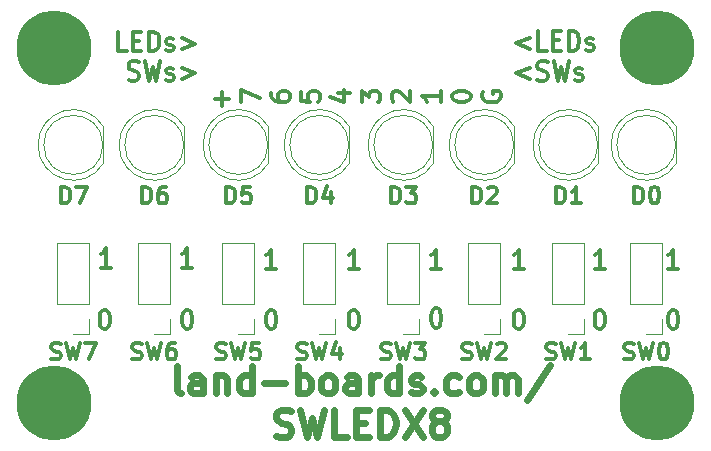
<source format=gto>
%TF.GenerationSoftware,KiCad,Pcbnew,(6.0.1)*%
%TF.CreationDate,2022-06-02T17:03:42-04:00*%
%TF.ProjectId,SWLEDX8,53574c45-4458-4382-9e6b-696361645f70,X1*%
%TF.SameCoordinates,Original*%
%TF.FileFunction,Legend,Top*%
%TF.FilePolarity,Positive*%
%FSLAX46Y46*%
G04 Gerber Fmt 4.6, Leading zero omitted, Abs format (unit mm)*
G04 Created by KiCad (PCBNEW (6.0.1)) date 2022-06-02 17:03:42*
%MOMM*%
%LPD*%
G01*
G04 APERTURE LIST*
%ADD10C,0.304800*%
%ADD11C,0.571500*%
%ADD12C,0.349250*%
%ADD13C,0.120000*%
%ADD14C,6.350000*%
G04 APERTURE END LIST*
D10*
X56315428Y-26146880D02*
X56460571Y-26146880D01*
X56605714Y-26225500D01*
X56678285Y-26304119D01*
X56750857Y-26461357D01*
X56823428Y-26775833D01*
X56823428Y-27168928D01*
X56750857Y-27483404D01*
X56678285Y-27640642D01*
X56605714Y-27719261D01*
X56460571Y-27797880D01*
X56315428Y-27797880D01*
X56170285Y-27719261D01*
X56097714Y-27640642D01*
X56025142Y-27483404D01*
X55952571Y-27168928D01*
X55952571Y-26775833D01*
X56025142Y-26461357D01*
X56097714Y-26304119D01*
X56170285Y-26225500D01*
X56315428Y-26146880D01*
X8817428Y-22590880D02*
X7946571Y-22590880D01*
X8382000Y-22590880D02*
X8382000Y-20939880D01*
X8236857Y-21175738D01*
X8091714Y-21332976D01*
X7946571Y-21411595D01*
X22279428Y-26146880D02*
X22424571Y-26146880D01*
X22569714Y-26225500D01*
X22642285Y-26304119D01*
X22714857Y-26461357D01*
X22787428Y-26775833D01*
X22787428Y-27168928D01*
X22714857Y-27483404D01*
X22642285Y-27640642D01*
X22569714Y-27719261D01*
X22424571Y-27797880D01*
X22279428Y-27797880D01*
X22134285Y-27719261D01*
X22061714Y-27640642D01*
X21989142Y-27483404D01*
X21916571Y-27168928D01*
X21916571Y-26775833D01*
X21989142Y-26461357D01*
X22061714Y-26304119D01*
X22134285Y-26225500D01*
X22279428Y-26146880D01*
X36757428Y-22717880D02*
X35886571Y-22717880D01*
X36322000Y-22717880D02*
X36322000Y-21066880D01*
X36176857Y-21302738D01*
X36031714Y-21459976D01*
X35886571Y-21538595D01*
X29772428Y-22717880D02*
X28901571Y-22717880D01*
X29337000Y-22717880D02*
X29337000Y-21066880D01*
X29191857Y-21302738D01*
X29046714Y-21459976D01*
X28901571Y-21538595D01*
X10133308Y-4246880D02*
X9407594Y-4246880D01*
X9407594Y-2595880D01*
X10641308Y-3382071D02*
X11149308Y-3382071D01*
X11367022Y-4246880D02*
X10641308Y-4246880D01*
X10641308Y-2595880D01*
X11367022Y-2595880D01*
X12020165Y-4246880D02*
X12020165Y-2595880D01*
X12383022Y-2595880D01*
X12600737Y-2674500D01*
X12745879Y-2831738D01*
X12818451Y-2988976D01*
X12891022Y-3303452D01*
X12891022Y-3539309D01*
X12818451Y-3853785D01*
X12745879Y-4011023D01*
X12600737Y-4168261D01*
X12383022Y-4246880D01*
X12020165Y-4246880D01*
X13471594Y-4168261D02*
X13616737Y-4246880D01*
X13907022Y-4246880D01*
X14052165Y-4168261D01*
X14124737Y-4011023D01*
X14124737Y-3932404D01*
X14052165Y-3775166D01*
X13907022Y-3696547D01*
X13689308Y-3696547D01*
X13544165Y-3617928D01*
X13471594Y-3460690D01*
X13471594Y-3382071D01*
X13544165Y-3224833D01*
X13689308Y-3146214D01*
X13907022Y-3146214D01*
X14052165Y-3224833D01*
X14777879Y-3146214D02*
X15939022Y-3617928D01*
X14777879Y-4089642D01*
X15167428Y-26146880D02*
X15312571Y-26146880D01*
X15457714Y-26225500D01*
X15530285Y-26304119D01*
X15602857Y-26461357D01*
X15675428Y-26775833D01*
X15675428Y-27168928D01*
X15602857Y-27483404D01*
X15530285Y-27640642D01*
X15457714Y-27719261D01*
X15312571Y-27797880D01*
X15167428Y-27797880D01*
X15022285Y-27719261D01*
X14949714Y-27640642D01*
X14877142Y-27483404D01*
X14804571Y-27168928D01*
X14804571Y-26775833D01*
X14877142Y-26461357D01*
X14949714Y-26304119D01*
X15022285Y-26225500D01*
X15167428Y-26146880D01*
X44222120Y-3108214D02*
X43060977Y-3579928D01*
X44222120Y-4051642D01*
X45673548Y-4208880D02*
X44947834Y-4208880D01*
X44947834Y-2557880D01*
X46181548Y-3344071D02*
X46689548Y-3344071D01*
X46907262Y-4208880D02*
X46181548Y-4208880D01*
X46181548Y-2557880D01*
X46907262Y-2557880D01*
X47560405Y-4208880D02*
X47560405Y-2557880D01*
X47923262Y-2557880D01*
X48140977Y-2636500D01*
X48286120Y-2793738D01*
X48358691Y-2950976D01*
X48431262Y-3265452D01*
X48431262Y-3501309D01*
X48358691Y-3815785D01*
X48286120Y-3973023D01*
X48140977Y-4130261D01*
X47923262Y-4208880D01*
X47560405Y-4208880D01*
X49011834Y-4130261D02*
X49156977Y-4208880D01*
X49447262Y-4208880D01*
X49592405Y-4130261D01*
X49664977Y-3973023D01*
X49664977Y-3894404D01*
X49592405Y-3737166D01*
X49447262Y-3658547D01*
X49229548Y-3658547D01*
X49084405Y-3579928D01*
X49011834Y-3422690D01*
X49011834Y-3344071D01*
X49084405Y-3186833D01*
X49229548Y-3108214D01*
X49447262Y-3108214D01*
X49592405Y-3186833D01*
X50600428Y-22717880D02*
X49729571Y-22717880D01*
X50165000Y-22717880D02*
X50165000Y-21066880D01*
X50019857Y-21302738D01*
X49874714Y-21459976D01*
X49729571Y-21538595D01*
X43742428Y-22717880D02*
X42871571Y-22717880D01*
X43307000Y-22717880D02*
X43307000Y-21066880D01*
X43161857Y-21302738D01*
X43016714Y-21459976D01*
X42871571Y-21538595D01*
X15675428Y-22590880D02*
X14804571Y-22590880D01*
X15240000Y-22590880D02*
X15240000Y-20939880D01*
X15094857Y-21175738D01*
X14949714Y-21332976D01*
X14804571Y-21411595D01*
D11*
X14705571Y-33229912D02*
X14487857Y-33121055D01*
X14378999Y-32903341D01*
X14378999Y-30943912D01*
X16556142Y-33229912D02*
X16556142Y-32032484D01*
X16447285Y-31814770D01*
X16229571Y-31705912D01*
X15794142Y-31705912D01*
X15576428Y-31814770D01*
X16556142Y-33121055D02*
X16338428Y-33229912D01*
X15794142Y-33229912D01*
X15576428Y-33121055D01*
X15467571Y-32903341D01*
X15467571Y-32685627D01*
X15576428Y-32467912D01*
X15794142Y-32359055D01*
X16338428Y-32359055D01*
X16556142Y-32250198D01*
X17644714Y-31705912D02*
X17644714Y-33229912D01*
X17644714Y-31923627D02*
X17753571Y-31814770D01*
X17971285Y-31705912D01*
X18297857Y-31705912D01*
X18515571Y-31814770D01*
X18624428Y-32032484D01*
X18624428Y-33229912D01*
X20692714Y-33229912D02*
X20692714Y-30943912D01*
X20692714Y-33121055D02*
X20474999Y-33229912D01*
X20039571Y-33229912D01*
X19821857Y-33121055D01*
X19712999Y-33012198D01*
X19604142Y-32794484D01*
X19604142Y-32141341D01*
X19712999Y-31923627D01*
X19821857Y-31814770D01*
X20039571Y-31705912D01*
X20474999Y-31705912D01*
X20692714Y-31814770D01*
X21781285Y-32359055D02*
X23522999Y-32359055D01*
X24611571Y-33229912D02*
X24611571Y-30943912D01*
X24611571Y-31814770D02*
X24829285Y-31705912D01*
X25264714Y-31705912D01*
X25482428Y-31814770D01*
X25591285Y-31923627D01*
X25700142Y-32141341D01*
X25700142Y-32794484D01*
X25591285Y-33012198D01*
X25482428Y-33121055D01*
X25264714Y-33229912D01*
X24829285Y-33229912D01*
X24611571Y-33121055D01*
X27006428Y-33229912D02*
X26788714Y-33121055D01*
X26679857Y-33012198D01*
X26570999Y-32794484D01*
X26570999Y-32141341D01*
X26679857Y-31923627D01*
X26788714Y-31814770D01*
X27006428Y-31705912D01*
X27332999Y-31705912D01*
X27550714Y-31814770D01*
X27659571Y-31923627D01*
X27768428Y-32141341D01*
X27768428Y-32794484D01*
X27659571Y-33012198D01*
X27550714Y-33121055D01*
X27332999Y-33229912D01*
X27006428Y-33229912D01*
X29727857Y-33229912D02*
X29727857Y-32032484D01*
X29619000Y-31814770D01*
X29401285Y-31705912D01*
X28965857Y-31705912D01*
X28748142Y-31814770D01*
X29727857Y-33121055D02*
X29510142Y-33229912D01*
X28965857Y-33229912D01*
X28748142Y-33121055D01*
X28639285Y-32903341D01*
X28639285Y-32685627D01*
X28748142Y-32467912D01*
X28965857Y-32359055D01*
X29510142Y-32359055D01*
X29727857Y-32250198D01*
X30816428Y-33229912D02*
X30816428Y-31705912D01*
X30816428Y-32141341D02*
X30925285Y-31923627D01*
X31034142Y-31814770D01*
X31251857Y-31705912D01*
X31469571Y-31705912D01*
X33211285Y-33229912D02*
X33211285Y-30943912D01*
X33211285Y-33121055D02*
X32993571Y-33229912D01*
X32558142Y-33229912D01*
X32340428Y-33121055D01*
X32231571Y-33012198D01*
X32122714Y-32794484D01*
X32122714Y-32141341D01*
X32231571Y-31923627D01*
X32340428Y-31814770D01*
X32558142Y-31705912D01*
X32993571Y-31705912D01*
X33211285Y-31814770D01*
X34190999Y-33121055D02*
X34408714Y-33229912D01*
X34844142Y-33229912D01*
X35061857Y-33121055D01*
X35170714Y-32903341D01*
X35170714Y-32794484D01*
X35061857Y-32576770D01*
X34844142Y-32467912D01*
X34517571Y-32467912D01*
X34299857Y-32359055D01*
X34190999Y-32141341D01*
X34190999Y-32032484D01*
X34299857Y-31814770D01*
X34517571Y-31705912D01*
X34844142Y-31705912D01*
X35061857Y-31814770D01*
X36150428Y-33012198D02*
X36259285Y-33121055D01*
X36150428Y-33229912D01*
X36041571Y-33121055D01*
X36150428Y-33012198D01*
X36150428Y-33229912D01*
X38218714Y-33121055D02*
X38000999Y-33229912D01*
X37565571Y-33229912D01*
X37347857Y-33121055D01*
X37238999Y-33012198D01*
X37130142Y-32794484D01*
X37130142Y-32141341D01*
X37238999Y-31923627D01*
X37347857Y-31814770D01*
X37565571Y-31705912D01*
X38000999Y-31705912D01*
X38218714Y-31814770D01*
X39524999Y-33229912D02*
X39307285Y-33121055D01*
X39198428Y-33012198D01*
X39089571Y-32794484D01*
X39089571Y-32141341D01*
X39198428Y-31923627D01*
X39307285Y-31814770D01*
X39524999Y-31705912D01*
X39851571Y-31705912D01*
X40069285Y-31814770D01*
X40178142Y-31923627D01*
X40286999Y-32141341D01*
X40286999Y-32794484D01*
X40178142Y-33012198D01*
X40069285Y-33121055D01*
X39851571Y-33229912D01*
X39524999Y-33229912D01*
X41266714Y-33229912D02*
X41266714Y-31705912D01*
X41266714Y-31923627D02*
X41375571Y-31814770D01*
X41593285Y-31705912D01*
X41919857Y-31705912D01*
X42137571Y-31814770D01*
X42246428Y-32032484D01*
X42246428Y-33229912D01*
X42246428Y-32032484D02*
X42355285Y-31814770D01*
X42572999Y-31705912D01*
X42899571Y-31705912D01*
X43117285Y-31814770D01*
X43226142Y-32032484D01*
X43226142Y-33229912D01*
X45947571Y-30835055D02*
X43988142Y-33774198D01*
X22761000Y-36801515D02*
X23087571Y-36910372D01*
X23631857Y-36910372D01*
X23849571Y-36801515D01*
X23958428Y-36692658D01*
X24067285Y-36474944D01*
X24067285Y-36257230D01*
X23958428Y-36039515D01*
X23849571Y-35930658D01*
X23631857Y-35821801D01*
X23196428Y-35712944D01*
X22978714Y-35604087D01*
X22869857Y-35495230D01*
X22761000Y-35277515D01*
X22761000Y-35059801D01*
X22869857Y-34842087D01*
X22978714Y-34733230D01*
X23196428Y-34624372D01*
X23740714Y-34624372D01*
X24067285Y-34733230D01*
X24829285Y-34624372D02*
X25373571Y-36910372D01*
X25809000Y-35277515D01*
X26244428Y-36910372D01*
X26788714Y-34624372D01*
X28748142Y-36910372D02*
X27659571Y-36910372D01*
X27659571Y-34624372D01*
X29510142Y-35712944D02*
X30272142Y-35712944D01*
X30598714Y-36910372D02*
X29510142Y-36910372D01*
X29510142Y-34624372D01*
X30598714Y-34624372D01*
X31578428Y-36910372D02*
X31578428Y-34624372D01*
X32122714Y-34624372D01*
X32449285Y-34733230D01*
X32667000Y-34950944D01*
X32775857Y-35168658D01*
X32884714Y-35604087D01*
X32884714Y-35930658D01*
X32775857Y-36366087D01*
X32667000Y-36583801D01*
X32449285Y-36801515D01*
X32122714Y-36910372D01*
X31578428Y-36910372D01*
X33646714Y-34624372D02*
X35170714Y-36910372D01*
X35170714Y-34624372D02*
X33646714Y-36910372D01*
X36368142Y-35604087D02*
X36150428Y-35495230D01*
X36041571Y-35386372D01*
X35932714Y-35168658D01*
X35932714Y-35059801D01*
X36041571Y-34842087D01*
X36150428Y-34733230D01*
X36368142Y-34624372D01*
X36803571Y-34624372D01*
X37021285Y-34733230D01*
X37130142Y-34842087D01*
X37239000Y-35059801D01*
X37239000Y-35168658D01*
X37130142Y-35386372D01*
X37021285Y-35495230D01*
X36803571Y-35604087D01*
X36368142Y-35604087D01*
X36150428Y-35712944D01*
X36041571Y-35821801D01*
X35932714Y-36039515D01*
X35932714Y-36474944D01*
X36041571Y-36692658D01*
X36150428Y-36801515D01*
X36368142Y-36910372D01*
X36803571Y-36910372D01*
X37021285Y-36801515D01*
X37130142Y-36692658D01*
X37239000Y-36474944D01*
X37239000Y-36039515D01*
X37130142Y-35821801D01*
X37021285Y-35712944D01*
X36803571Y-35604087D01*
D10*
X44222120Y-5648214D02*
X43060977Y-6119928D01*
X44222120Y-6591642D01*
X44875262Y-6670261D02*
X45092977Y-6748880D01*
X45455834Y-6748880D01*
X45600977Y-6670261D01*
X45673548Y-6591642D01*
X45746120Y-6434404D01*
X45746120Y-6277166D01*
X45673548Y-6119928D01*
X45600977Y-6041309D01*
X45455834Y-5962690D01*
X45165548Y-5884071D01*
X45020405Y-5805452D01*
X44947834Y-5726833D01*
X44875262Y-5569595D01*
X44875262Y-5412357D01*
X44947834Y-5255119D01*
X45020405Y-5176500D01*
X45165548Y-5097880D01*
X45528405Y-5097880D01*
X45746120Y-5176500D01*
X46254120Y-5097880D02*
X46616977Y-6748880D01*
X46907262Y-5569595D01*
X47197548Y-6748880D01*
X47560405Y-5097880D01*
X48068405Y-6670261D02*
X48213548Y-6748880D01*
X48503834Y-6748880D01*
X48648977Y-6670261D01*
X48721548Y-6513023D01*
X48721548Y-6434404D01*
X48648977Y-6277166D01*
X48503834Y-6198547D01*
X48286120Y-6198547D01*
X48140977Y-6119928D01*
X48068405Y-5962690D01*
X48068405Y-5884071D01*
X48140977Y-5726833D01*
X48286120Y-5648214D01*
X48503834Y-5648214D01*
X48648977Y-5726833D01*
X10278451Y-6668261D02*
X10496165Y-6746880D01*
X10859022Y-6746880D01*
X11004165Y-6668261D01*
X11076737Y-6589642D01*
X11149308Y-6432404D01*
X11149308Y-6275166D01*
X11076737Y-6117928D01*
X11004165Y-6039309D01*
X10859022Y-5960690D01*
X10568737Y-5882071D01*
X10423594Y-5803452D01*
X10351022Y-5724833D01*
X10278451Y-5567595D01*
X10278451Y-5410357D01*
X10351022Y-5253119D01*
X10423594Y-5174500D01*
X10568737Y-5095880D01*
X10931594Y-5095880D01*
X11149308Y-5174500D01*
X11657308Y-5095880D02*
X12020165Y-6746880D01*
X12310451Y-5567595D01*
X12600737Y-6746880D01*
X12963594Y-5095880D01*
X13471594Y-6668261D02*
X13616737Y-6746880D01*
X13907022Y-6746880D01*
X14052165Y-6668261D01*
X14124737Y-6511023D01*
X14124737Y-6432404D01*
X14052165Y-6275166D01*
X13907022Y-6196547D01*
X13689308Y-6196547D01*
X13544165Y-6117928D01*
X13471594Y-5960690D01*
X13471594Y-5882071D01*
X13544165Y-5724833D01*
X13689308Y-5646214D01*
X13907022Y-5646214D01*
X14052165Y-5724833D01*
X14777880Y-5646214D02*
X15939022Y-6117928D01*
X14777880Y-6589642D01*
X8182428Y-26146880D02*
X8327571Y-26146880D01*
X8472714Y-26225500D01*
X8545285Y-26304119D01*
X8617857Y-26461357D01*
X8690428Y-26775833D01*
X8690428Y-27168928D01*
X8617857Y-27483404D01*
X8545285Y-27640642D01*
X8472714Y-27719261D01*
X8327571Y-27797880D01*
X8182428Y-27797880D01*
X8037285Y-27719261D01*
X7964714Y-27640642D01*
X7892142Y-27483404D01*
X7819571Y-27168928D01*
X7819571Y-26775833D01*
X7892142Y-26461357D01*
X7964714Y-26304119D01*
X8037285Y-26225500D01*
X8182428Y-26146880D01*
X56823428Y-22717880D02*
X55952571Y-22717880D01*
X56388000Y-22717880D02*
X56388000Y-21066880D01*
X56242857Y-21302738D01*
X56097714Y-21459976D01*
X55952571Y-21538595D01*
X18202955Y-8897620D02*
X18202955Y-7688096D01*
X18807717Y-8292858D02*
X17598193Y-8292858D01*
X19776092Y-8595239D02*
X19776092Y-7536905D01*
X21363592Y-8217262D01*
X22331967Y-7763691D02*
X22331967Y-8066072D01*
X22407563Y-8217262D01*
X22483158Y-8292858D01*
X22709943Y-8444048D01*
X23012324Y-8519643D01*
X23617086Y-8519643D01*
X23768277Y-8444048D01*
X23843872Y-8368453D01*
X23919467Y-8217262D01*
X23919467Y-7914881D01*
X23843872Y-7763691D01*
X23768277Y-7688096D01*
X23617086Y-7612500D01*
X23239110Y-7612500D01*
X23087920Y-7688096D01*
X23012324Y-7763691D01*
X22936729Y-7914881D01*
X22936729Y-8217262D01*
X23012324Y-8368453D01*
X23087920Y-8444048D01*
X23239110Y-8519643D01*
X24887842Y-7688096D02*
X24887842Y-8444048D01*
X25643795Y-8519643D01*
X25568199Y-8444048D01*
X25492604Y-8292858D01*
X25492604Y-7914881D01*
X25568199Y-7763691D01*
X25643795Y-7688096D01*
X25794985Y-7612500D01*
X26172961Y-7612500D01*
X26324152Y-7688096D01*
X26399747Y-7763691D01*
X26475342Y-7914881D01*
X26475342Y-8292858D01*
X26399747Y-8444048D01*
X26324152Y-8519643D01*
X27972884Y-7763691D02*
X29031217Y-7763691D01*
X27368122Y-8141667D02*
X28502051Y-8519643D01*
X28502051Y-7536905D01*
X29999592Y-8595239D02*
X29999592Y-7612500D01*
X30604354Y-8141667D01*
X30604354Y-7914881D01*
X30679949Y-7763691D01*
X30755545Y-7688096D01*
X30906735Y-7612500D01*
X31284711Y-7612500D01*
X31435902Y-7688096D01*
X31511497Y-7763691D01*
X31587092Y-7914881D01*
X31587092Y-8368453D01*
X31511497Y-8519643D01*
X31435902Y-8595239D01*
X32706658Y-8519643D02*
X32631063Y-8444048D01*
X32555467Y-8292858D01*
X32555467Y-7914881D01*
X32631063Y-7763691D01*
X32706658Y-7688096D01*
X32857848Y-7612500D01*
X33009039Y-7612500D01*
X33235824Y-7688096D01*
X34142967Y-8595239D01*
X34142967Y-7612500D01*
X36698842Y-7612500D02*
X36698842Y-8519643D01*
X36698842Y-8066072D02*
X35111342Y-8066072D01*
X35338128Y-8217262D01*
X35489318Y-8368453D01*
X35564914Y-8519643D01*
X37667217Y-8141667D02*
X37667217Y-7990477D01*
X37742813Y-7839286D01*
X37818408Y-7763691D01*
X37969598Y-7688096D01*
X38271979Y-7612500D01*
X38649955Y-7612500D01*
X38952336Y-7688096D01*
X39103527Y-7763691D01*
X39179122Y-7839286D01*
X39254717Y-7990477D01*
X39254717Y-8141667D01*
X39179122Y-8292858D01*
X39103527Y-8368453D01*
X38952336Y-8444048D01*
X38649955Y-8519643D01*
X38271979Y-8519643D01*
X37969598Y-8444048D01*
X37818408Y-8368453D01*
X37742813Y-8292858D01*
X37667217Y-8141667D01*
X40298688Y-7688096D02*
X40223092Y-7839286D01*
X40223092Y-8066072D01*
X40298688Y-8292858D01*
X40449878Y-8444048D01*
X40601068Y-8519643D01*
X40903449Y-8595239D01*
X41130235Y-8595239D01*
X41432616Y-8519643D01*
X41583807Y-8444048D01*
X41734997Y-8292858D01*
X41810592Y-8066072D01*
X41810592Y-7914881D01*
X41734997Y-7688096D01*
X41659402Y-7612500D01*
X41130235Y-7612500D01*
X41130235Y-7914881D01*
X22787428Y-22717880D02*
X21916571Y-22717880D01*
X22352000Y-22717880D02*
X22352000Y-21066880D01*
X22206857Y-21302738D01*
X22061714Y-21459976D01*
X21916571Y-21538595D01*
X36249428Y-26019880D02*
X36394571Y-26019880D01*
X36539714Y-26098500D01*
X36612285Y-26177119D01*
X36684857Y-26334357D01*
X36757428Y-26648833D01*
X36757428Y-27041928D01*
X36684857Y-27356404D01*
X36612285Y-27513642D01*
X36539714Y-27592261D01*
X36394571Y-27670880D01*
X36249428Y-27670880D01*
X36104285Y-27592261D01*
X36031714Y-27513642D01*
X35959142Y-27356404D01*
X35886571Y-27041928D01*
X35886571Y-26648833D01*
X35959142Y-26334357D01*
X36031714Y-26177119D01*
X36104285Y-26098500D01*
X36249428Y-26019880D01*
X29264428Y-26146880D02*
X29409571Y-26146880D01*
X29554714Y-26225500D01*
X29627285Y-26304119D01*
X29699857Y-26461357D01*
X29772428Y-26775833D01*
X29772428Y-27168928D01*
X29699857Y-27483404D01*
X29627285Y-27640642D01*
X29554714Y-27719261D01*
X29409571Y-27797880D01*
X29264428Y-27797880D01*
X29119285Y-27719261D01*
X29046714Y-27640642D01*
X28974142Y-27483404D01*
X28901571Y-27168928D01*
X28901571Y-26775833D01*
X28974142Y-26461357D01*
X29046714Y-26304119D01*
X29119285Y-26225500D01*
X29264428Y-26146880D01*
X43234428Y-26146880D02*
X43379571Y-26146880D01*
X43524714Y-26225500D01*
X43597285Y-26304119D01*
X43669857Y-26461357D01*
X43742428Y-26775833D01*
X43742428Y-27168928D01*
X43669857Y-27483404D01*
X43597285Y-27640642D01*
X43524714Y-27719261D01*
X43379571Y-27797880D01*
X43234428Y-27797880D01*
X43089285Y-27719261D01*
X43016714Y-27640642D01*
X42944142Y-27483404D01*
X42871571Y-27168928D01*
X42871571Y-26775833D01*
X42944142Y-26461357D01*
X43016714Y-26304119D01*
X43089285Y-26225500D01*
X43234428Y-26146880D01*
X50092428Y-26146880D02*
X50237571Y-26146880D01*
X50382714Y-26225500D01*
X50455285Y-26304119D01*
X50527857Y-26461357D01*
X50600428Y-26775833D01*
X50600428Y-27168928D01*
X50527857Y-27483404D01*
X50455285Y-27640642D01*
X50382714Y-27719261D01*
X50237571Y-27797880D01*
X50092428Y-27797880D01*
X49947285Y-27719261D01*
X49874714Y-27640642D01*
X49802142Y-27483404D01*
X49729571Y-27168928D01*
X49729571Y-26775833D01*
X49802142Y-26461357D01*
X49874714Y-26304119D01*
X49947285Y-26225500D01*
X50092428Y-26146880D01*
D12*
%TO.C,D0*%
X53070880Y-17141976D02*
X53070880Y-15744976D01*
X53403500Y-15744976D01*
X53603071Y-15811500D01*
X53736119Y-15944547D01*
X53802642Y-16077595D01*
X53869166Y-16343690D01*
X53869166Y-16543261D01*
X53802642Y-16809357D01*
X53736119Y-16942404D01*
X53603071Y-17075452D01*
X53403500Y-17141976D01*
X53070880Y-17141976D01*
X54733976Y-15744976D02*
X54867023Y-15744976D01*
X55000071Y-15811500D01*
X55066595Y-15878023D01*
X55133119Y-16011071D01*
X55199642Y-16277166D01*
X55199642Y-16609785D01*
X55133119Y-16875880D01*
X55066595Y-17008928D01*
X55000071Y-17075452D01*
X54867023Y-17141976D01*
X54733976Y-17141976D01*
X54600928Y-17075452D01*
X54534404Y-17008928D01*
X54467880Y-16875880D01*
X54401357Y-16609785D01*
X54401357Y-16277166D01*
X54467880Y-16011071D01*
X54534404Y-15878023D01*
X54600928Y-15811500D01*
X54733976Y-15744976D01*
%TO.C,D1*%
X46466880Y-17141976D02*
X46466880Y-15744976D01*
X46799500Y-15744976D01*
X46999071Y-15811500D01*
X47132119Y-15944547D01*
X47198642Y-16077595D01*
X47265166Y-16343690D01*
X47265166Y-16543261D01*
X47198642Y-16809357D01*
X47132119Y-16942404D01*
X46999071Y-17075452D01*
X46799500Y-17141976D01*
X46466880Y-17141976D01*
X48595642Y-17141976D02*
X47797357Y-17141976D01*
X48196500Y-17141976D02*
X48196500Y-15744976D01*
X48063452Y-15944547D01*
X47930404Y-16077595D01*
X47797357Y-16144119D01*
%TO.C,D2*%
X39354880Y-17141976D02*
X39354880Y-15744976D01*
X39687500Y-15744976D01*
X39887071Y-15811500D01*
X40020119Y-15944547D01*
X40086642Y-16077595D01*
X40153166Y-16343690D01*
X40153166Y-16543261D01*
X40086642Y-16809357D01*
X40020119Y-16942404D01*
X39887071Y-17075452D01*
X39687500Y-17141976D01*
X39354880Y-17141976D01*
X40685357Y-15878023D02*
X40751880Y-15811500D01*
X40884928Y-15744976D01*
X41217547Y-15744976D01*
X41350595Y-15811500D01*
X41417119Y-15878023D01*
X41483642Y-16011071D01*
X41483642Y-16144119D01*
X41417119Y-16343690D01*
X40618833Y-17141976D01*
X41483642Y-17141976D01*
%TO.C,D3*%
X32496880Y-17141976D02*
X32496880Y-15744976D01*
X32829500Y-15744976D01*
X33029071Y-15811500D01*
X33162119Y-15944547D01*
X33228642Y-16077595D01*
X33295166Y-16343690D01*
X33295166Y-16543261D01*
X33228642Y-16809357D01*
X33162119Y-16942404D01*
X33029071Y-17075452D01*
X32829500Y-17141976D01*
X32496880Y-17141976D01*
X33760833Y-15744976D02*
X34625642Y-15744976D01*
X34159976Y-16277166D01*
X34359547Y-16277166D01*
X34492595Y-16343690D01*
X34559119Y-16410214D01*
X34625642Y-16543261D01*
X34625642Y-16875880D01*
X34559119Y-17008928D01*
X34492595Y-17075452D01*
X34359547Y-17141976D01*
X33960404Y-17141976D01*
X33827357Y-17075452D01*
X33760833Y-17008928D01*
%TO.C,D4*%
X25384880Y-17141976D02*
X25384880Y-15744976D01*
X25717500Y-15744976D01*
X25917071Y-15811500D01*
X26050119Y-15944547D01*
X26116642Y-16077595D01*
X26183166Y-16343690D01*
X26183166Y-16543261D01*
X26116642Y-16809357D01*
X26050119Y-16942404D01*
X25917071Y-17075452D01*
X25717500Y-17141976D01*
X25384880Y-17141976D01*
X27380595Y-16210642D02*
X27380595Y-17141976D01*
X27047976Y-15678452D02*
X26715357Y-16676309D01*
X27580166Y-16676309D01*
%TO.C,D5*%
X18526880Y-17141976D02*
X18526880Y-15744976D01*
X18859500Y-15744976D01*
X19059071Y-15811500D01*
X19192119Y-15944547D01*
X19258642Y-16077595D01*
X19325166Y-16343690D01*
X19325166Y-16543261D01*
X19258642Y-16809357D01*
X19192119Y-16942404D01*
X19059071Y-17075452D01*
X18859500Y-17141976D01*
X18526880Y-17141976D01*
X20589119Y-15744976D02*
X19923880Y-15744976D01*
X19857357Y-16410214D01*
X19923880Y-16343690D01*
X20056928Y-16277166D01*
X20389547Y-16277166D01*
X20522595Y-16343690D01*
X20589119Y-16410214D01*
X20655642Y-16543261D01*
X20655642Y-16875880D01*
X20589119Y-17008928D01*
X20522595Y-17075452D01*
X20389547Y-17141976D01*
X20056928Y-17141976D01*
X19923880Y-17075452D01*
X19857357Y-17008928D01*
%TO.C,D6*%
X11414880Y-17141976D02*
X11414880Y-15744976D01*
X11747500Y-15744976D01*
X11947071Y-15811500D01*
X12080119Y-15944547D01*
X12146642Y-16077595D01*
X12213166Y-16343690D01*
X12213166Y-16543261D01*
X12146642Y-16809357D01*
X12080119Y-16942404D01*
X11947071Y-17075452D01*
X11747500Y-17141976D01*
X11414880Y-17141976D01*
X13410595Y-15744976D02*
X13144500Y-15744976D01*
X13011452Y-15811500D01*
X12944928Y-15878023D01*
X12811880Y-16077595D01*
X12745357Y-16343690D01*
X12745357Y-16875880D01*
X12811880Y-17008928D01*
X12878404Y-17075452D01*
X13011452Y-17141976D01*
X13277547Y-17141976D01*
X13410595Y-17075452D01*
X13477119Y-17008928D01*
X13543642Y-16875880D01*
X13543642Y-16543261D01*
X13477119Y-16410214D01*
X13410595Y-16343690D01*
X13277547Y-16277166D01*
X13011452Y-16277166D01*
X12878404Y-16343690D01*
X12811880Y-16410214D01*
X12745357Y-16543261D01*
%TO.C,SW0*%
X52239333Y-30283452D02*
X52438904Y-30349976D01*
X52771523Y-30349976D01*
X52904571Y-30283452D01*
X52971095Y-30216928D01*
X53037619Y-30083880D01*
X53037619Y-29950833D01*
X52971095Y-29817785D01*
X52904571Y-29751261D01*
X52771523Y-29684738D01*
X52505428Y-29618214D01*
X52372380Y-29551690D01*
X52305857Y-29485166D01*
X52239333Y-29352119D01*
X52239333Y-29219071D01*
X52305857Y-29086023D01*
X52372380Y-29019500D01*
X52505428Y-28952976D01*
X52838047Y-28952976D01*
X53037619Y-29019500D01*
X53503285Y-28952976D02*
X53835904Y-30349976D01*
X54102000Y-29352119D01*
X54368095Y-30349976D01*
X54700714Y-28952976D01*
X55499000Y-28952976D02*
X55632047Y-28952976D01*
X55765095Y-29019500D01*
X55831619Y-29086023D01*
X55898142Y-29219071D01*
X55964666Y-29485166D01*
X55964666Y-29817785D01*
X55898142Y-30083880D01*
X55831619Y-30216928D01*
X55765095Y-30283452D01*
X55632047Y-30349976D01*
X55499000Y-30349976D01*
X55365952Y-30283452D01*
X55299428Y-30216928D01*
X55232904Y-30083880D01*
X55166380Y-29817785D01*
X55166380Y-29485166D01*
X55232904Y-29219071D01*
X55299428Y-29086023D01*
X55365952Y-29019500D01*
X55499000Y-28952976D01*
%TO.C,SW1*%
X45635333Y-30283452D02*
X45834904Y-30349976D01*
X46167523Y-30349976D01*
X46300571Y-30283452D01*
X46367095Y-30216928D01*
X46433619Y-30083880D01*
X46433619Y-29950833D01*
X46367095Y-29817785D01*
X46300571Y-29751261D01*
X46167523Y-29684738D01*
X45901428Y-29618214D01*
X45768380Y-29551690D01*
X45701857Y-29485166D01*
X45635333Y-29352119D01*
X45635333Y-29219071D01*
X45701857Y-29086023D01*
X45768380Y-29019500D01*
X45901428Y-28952976D01*
X46234047Y-28952976D01*
X46433619Y-29019500D01*
X46899285Y-28952976D02*
X47231904Y-30349976D01*
X47498000Y-29352119D01*
X47764095Y-30349976D01*
X48096714Y-28952976D01*
X49360666Y-30349976D02*
X48562380Y-30349976D01*
X48961523Y-30349976D02*
X48961523Y-28952976D01*
X48828476Y-29152547D01*
X48695428Y-29285595D01*
X48562380Y-29352119D01*
%TO.C,SW2*%
X38523333Y-30283452D02*
X38722904Y-30349976D01*
X39055523Y-30349976D01*
X39188571Y-30283452D01*
X39255095Y-30216928D01*
X39321619Y-30083880D01*
X39321619Y-29950833D01*
X39255095Y-29817785D01*
X39188571Y-29751261D01*
X39055523Y-29684738D01*
X38789428Y-29618214D01*
X38656380Y-29551690D01*
X38589857Y-29485166D01*
X38523333Y-29352119D01*
X38523333Y-29219071D01*
X38589857Y-29086023D01*
X38656380Y-29019500D01*
X38789428Y-28952976D01*
X39122047Y-28952976D01*
X39321619Y-29019500D01*
X39787285Y-28952976D02*
X40119904Y-30349976D01*
X40386000Y-29352119D01*
X40652095Y-30349976D01*
X40984714Y-28952976D01*
X41450380Y-29086023D02*
X41516904Y-29019500D01*
X41649952Y-28952976D01*
X41982571Y-28952976D01*
X42115619Y-29019500D01*
X42182142Y-29086023D01*
X42248666Y-29219071D01*
X42248666Y-29352119D01*
X42182142Y-29551690D01*
X41383857Y-30349976D01*
X42248666Y-30349976D01*
%TO.C,SW3*%
X31665333Y-30283452D02*
X31864904Y-30349976D01*
X32197523Y-30349976D01*
X32330571Y-30283452D01*
X32397095Y-30216928D01*
X32463619Y-30083880D01*
X32463619Y-29950833D01*
X32397095Y-29817785D01*
X32330571Y-29751261D01*
X32197523Y-29684738D01*
X31931428Y-29618214D01*
X31798380Y-29551690D01*
X31731857Y-29485166D01*
X31665333Y-29352119D01*
X31665333Y-29219071D01*
X31731857Y-29086023D01*
X31798380Y-29019500D01*
X31931428Y-28952976D01*
X32264047Y-28952976D01*
X32463619Y-29019500D01*
X32929285Y-28952976D02*
X33261904Y-30349976D01*
X33528000Y-29352119D01*
X33794095Y-30349976D01*
X34126714Y-28952976D01*
X34525857Y-28952976D02*
X35390666Y-28952976D01*
X34925000Y-29485166D01*
X35124571Y-29485166D01*
X35257619Y-29551690D01*
X35324142Y-29618214D01*
X35390666Y-29751261D01*
X35390666Y-30083880D01*
X35324142Y-30216928D01*
X35257619Y-30283452D01*
X35124571Y-30349976D01*
X34725428Y-30349976D01*
X34592380Y-30283452D01*
X34525857Y-30216928D01*
%TO.C,SW4*%
X24553333Y-30283452D02*
X24752904Y-30349976D01*
X25085523Y-30349976D01*
X25218571Y-30283452D01*
X25285095Y-30216928D01*
X25351619Y-30083880D01*
X25351619Y-29950833D01*
X25285095Y-29817785D01*
X25218571Y-29751261D01*
X25085523Y-29684738D01*
X24819428Y-29618214D01*
X24686380Y-29551690D01*
X24619857Y-29485166D01*
X24553333Y-29352119D01*
X24553333Y-29219071D01*
X24619857Y-29086023D01*
X24686380Y-29019500D01*
X24819428Y-28952976D01*
X25152047Y-28952976D01*
X25351619Y-29019500D01*
X25817285Y-28952976D02*
X26149904Y-30349976D01*
X26416000Y-29352119D01*
X26682095Y-30349976D01*
X27014714Y-28952976D01*
X28145619Y-29418642D02*
X28145619Y-30349976D01*
X27813000Y-28886452D02*
X27480380Y-29884309D01*
X28345190Y-29884309D01*
%TO.C,SW5*%
X17695333Y-30283452D02*
X17894904Y-30349976D01*
X18227523Y-30349976D01*
X18360571Y-30283452D01*
X18427095Y-30216928D01*
X18493619Y-30083880D01*
X18493619Y-29950833D01*
X18427095Y-29817785D01*
X18360571Y-29751261D01*
X18227523Y-29684738D01*
X17961428Y-29618214D01*
X17828380Y-29551690D01*
X17761857Y-29485166D01*
X17695333Y-29352119D01*
X17695333Y-29219071D01*
X17761857Y-29086023D01*
X17828380Y-29019500D01*
X17961428Y-28952976D01*
X18294047Y-28952976D01*
X18493619Y-29019500D01*
X18959285Y-28952976D02*
X19291904Y-30349976D01*
X19558000Y-29352119D01*
X19824095Y-30349976D01*
X20156714Y-28952976D01*
X21354142Y-28952976D02*
X20688904Y-28952976D01*
X20622380Y-29618214D01*
X20688904Y-29551690D01*
X20821952Y-29485166D01*
X21154571Y-29485166D01*
X21287619Y-29551690D01*
X21354142Y-29618214D01*
X21420666Y-29751261D01*
X21420666Y-30083880D01*
X21354142Y-30216928D01*
X21287619Y-30283452D01*
X21154571Y-30349976D01*
X20821952Y-30349976D01*
X20688904Y-30283452D01*
X20622380Y-30216928D01*
%TO.C,SW6*%
X10583333Y-30283452D02*
X10782904Y-30349976D01*
X11115523Y-30349976D01*
X11248571Y-30283452D01*
X11315095Y-30216928D01*
X11381619Y-30083880D01*
X11381619Y-29950833D01*
X11315095Y-29817785D01*
X11248571Y-29751261D01*
X11115523Y-29684738D01*
X10849428Y-29618214D01*
X10716380Y-29551690D01*
X10649857Y-29485166D01*
X10583333Y-29352119D01*
X10583333Y-29219071D01*
X10649857Y-29086023D01*
X10716380Y-29019500D01*
X10849428Y-28952976D01*
X11182047Y-28952976D01*
X11381619Y-29019500D01*
X11847285Y-28952976D02*
X12179904Y-30349976D01*
X12446000Y-29352119D01*
X12712095Y-30349976D01*
X13044714Y-28952976D01*
X14175619Y-28952976D02*
X13909523Y-28952976D01*
X13776476Y-29019500D01*
X13709952Y-29086023D01*
X13576904Y-29285595D01*
X13510380Y-29551690D01*
X13510380Y-30083880D01*
X13576904Y-30216928D01*
X13643428Y-30283452D01*
X13776476Y-30349976D01*
X14042571Y-30349976D01*
X14175619Y-30283452D01*
X14242142Y-30216928D01*
X14308666Y-30083880D01*
X14308666Y-29751261D01*
X14242142Y-29618214D01*
X14175619Y-29551690D01*
X14042571Y-29485166D01*
X13776476Y-29485166D01*
X13643428Y-29551690D01*
X13576904Y-29618214D01*
X13510380Y-29751261D01*
%TO.C,SW7*%
X3725333Y-30283452D02*
X3924904Y-30349976D01*
X4257523Y-30349976D01*
X4390571Y-30283452D01*
X4457095Y-30216928D01*
X4523619Y-30083880D01*
X4523619Y-29950833D01*
X4457095Y-29817785D01*
X4390571Y-29751261D01*
X4257523Y-29684738D01*
X3991428Y-29618214D01*
X3858380Y-29551690D01*
X3791857Y-29485166D01*
X3725333Y-29352119D01*
X3725333Y-29219071D01*
X3791857Y-29086023D01*
X3858380Y-29019500D01*
X3991428Y-28952976D01*
X4324047Y-28952976D01*
X4523619Y-29019500D01*
X4989285Y-28952976D02*
X5321904Y-30349976D01*
X5588000Y-29352119D01*
X5854095Y-30349976D01*
X6186714Y-28952976D01*
X6585857Y-28952976D02*
X7517190Y-28952976D01*
X6918476Y-30349976D01*
%TO.C,D7*%
X4556880Y-17141976D02*
X4556880Y-15744976D01*
X4889500Y-15744976D01*
X5089071Y-15811500D01*
X5222119Y-15944547D01*
X5288642Y-16077595D01*
X5355166Y-16343690D01*
X5355166Y-16543261D01*
X5288642Y-16809357D01*
X5222119Y-16942404D01*
X5089071Y-17075452D01*
X4889500Y-17141976D01*
X4556880Y-17141976D01*
X5820833Y-15744976D02*
X6752166Y-15744976D01*
X6153452Y-17141976D01*
D13*
%TO.C,D0*%
X56667000Y-13737000D02*
X56667000Y-10647000D01*
X51117000Y-12191538D02*
G75*
G03*
X56667000Y-13736830I2990000J-462D01*
G01*
X56667000Y-10647170D02*
G75*
G03*
X51117000Y-12192462I-2560000J-1544830D01*
G01*
X56607000Y-12192000D02*
G75*
G03*
X56607000Y-12192000I-2500000J0D01*
G01*
%TO.C,D1*%
X50063000Y-13737000D02*
X50063000Y-10647000D01*
X50063000Y-10647170D02*
G75*
G03*
X44513000Y-12192462I-2560000J-1544830D01*
G01*
X44513000Y-12191538D02*
G75*
G03*
X50063000Y-13736830I2990000J-462D01*
G01*
X50003000Y-12192000D02*
G75*
G03*
X50003000Y-12192000I-2500000J0D01*
G01*
%TO.C,D2*%
X42951000Y-13737000D02*
X42951000Y-10647000D01*
X42951000Y-10647170D02*
G75*
G03*
X37401000Y-12192462I-2560000J-1544830D01*
G01*
X37401000Y-12191538D02*
G75*
G03*
X42951000Y-13736830I2990000J-462D01*
G01*
X42891000Y-12192000D02*
G75*
G03*
X42891000Y-12192000I-2500000J0D01*
G01*
%TO.C,D3*%
X36093000Y-13737000D02*
X36093000Y-10647000D01*
X30543000Y-12191538D02*
G75*
G03*
X36093000Y-13736830I2990000J-462D01*
G01*
X36093000Y-10647170D02*
G75*
G03*
X30543000Y-12192462I-2560000J-1544830D01*
G01*
X36033000Y-12192000D02*
G75*
G03*
X36033000Y-12192000I-2500000J0D01*
G01*
%TO.C,D4*%
X28981000Y-13737000D02*
X28981000Y-10647000D01*
X28981000Y-10647170D02*
G75*
G03*
X23431000Y-12192462I-2560000J-1544830D01*
G01*
X23431000Y-12191538D02*
G75*
G03*
X28981000Y-13736830I2990000J-462D01*
G01*
X28921000Y-12192000D02*
G75*
G03*
X28921000Y-12192000I-2500000J0D01*
G01*
%TO.C,D5*%
X22123000Y-13737000D02*
X22123000Y-10647000D01*
X22123000Y-10647170D02*
G75*
G03*
X16573000Y-12192462I-2560000J-1544830D01*
G01*
X16573000Y-12191538D02*
G75*
G03*
X22123000Y-13736830I2990000J-462D01*
G01*
X22063000Y-12192000D02*
G75*
G03*
X22063000Y-12192000I-2500000J0D01*
G01*
%TO.C,D6*%
X15011000Y-13737000D02*
X15011000Y-10647000D01*
X9461000Y-12191538D02*
G75*
G03*
X15011000Y-13736830I2990000J-462D01*
G01*
X15011000Y-10647170D02*
G75*
G03*
X9461000Y-12192462I-2560000J-1544830D01*
G01*
X14951000Y-12192000D02*
G75*
G03*
X14951000Y-12192000I-2500000J0D01*
G01*
%TO.C,SW0*%
X55432000Y-20499000D02*
X52772000Y-20499000D01*
X55432000Y-25639000D02*
X52772000Y-25639000D01*
X55432000Y-28239000D02*
X54102000Y-28239000D01*
X52772000Y-25639000D02*
X52772000Y-20499000D01*
X55432000Y-25639000D02*
X55432000Y-20499000D01*
X55432000Y-26909000D02*
X55432000Y-28239000D01*
%TO.C,SW1*%
X48828000Y-25639000D02*
X48828000Y-20499000D01*
X48828000Y-28239000D02*
X47498000Y-28239000D01*
X48828000Y-25639000D02*
X46168000Y-25639000D01*
X48828000Y-26909000D02*
X48828000Y-28239000D01*
X48828000Y-20499000D02*
X46168000Y-20499000D01*
X46168000Y-25639000D02*
X46168000Y-20499000D01*
%TO.C,SW2*%
X41716000Y-28239000D02*
X40386000Y-28239000D01*
X41716000Y-25639000D02*
X39056000Y-25639000D01*
X39056000Y-25639000D02*
X39056000Y-20499000D01*
X41716000Y-20499000D02*
X39056000Y-20499000D01*
X41716000Y-25639000D02*
X41716000Y-20499000D01*
X41716000Y-26909000D02*
X41716000Y-28239000D01*
%TO.C,SW3*%
X34858000Y-25639000D02*
X34858000Y-20499000D01*
X32198000Y-25639000D02*
X32198000Y-20499000D01*
X34858000Y-28239000D02*
X33528000Y-28239000D01*
X34858000Y-20499000D02*
X32198000Y-20499000D01*
X34858000Y-26909000D02*
X34858000Y-28239000D01*
X34858000Y-25639000D02*
X32198000Y-25639000D01*
%TO.C,SW4*%
X27746000Y-26909000D02*
X27746000Y-28239000D01*
X27746000Y-20499000D02*
X25086000Y-20499000D01*
X27746000Y-28239000D02*
X26416000Y-28239000D01*
X27746000Y-25639000D02*
X25086000Y-25639000D01*
X27746000Y-25639000D02*
X27746000Y-20499000D01*
X25086000Y-25639000D02*
X25086000Y-20499000D01*
%TO.C,SW5*%
X20888000Y-28239000D02*
X19558000Y-28239000D01*
X20888000Y-25639000D02*
X18228000Y-25639000D01*
X20888000Y-20499000D02*
X18228000Y-20499000D01*
X20888000Y-25639000D02*
X20888000Y-20499000D01*
X18228000Y-25639000D02*
X18228000Y-20499000D01*
X20888000Y-26909000D02*
X20888000Y-28239000D01*
%TO.C,SW6*%
X13776000Y-26909000D02*
X13776000Y-28239000D01*
X13776000Y-28239000D02*
X12446000Y-28239000D01*
X13776000Y-25639000D02*
X11116000Y-25639000D01*
X11116000Y-25639000D02*
X11116000Y-20499000D01*
X13776000Y-20499000D02*
X11116000Y-20499000D01*
X13776000Y-25639000D02*
X13776000Y-20499000D01*
%TO.C,SW7*%
X6918000Y-26909000D02*
X6918000Y-28239000D01*
X6918000Y-25639000D02*
X6918000Y-20499000D01*
X6918000Y-25639000D02*
X4258000Y-25639000D01*
X6918000Y-20499000D02*
X4258000Y-20499000D01*
X6918000Y-28239000D02*
X5588000Y-28239000D01*
X4258000Y-25639000D02*
X4258000Y-20499000D01*
%TO.C,D7*%
X8153000Y-13737000D02*
X8153000Y-10647000D01*
X8153000Y-10647170D02*
G75*
G03*
X2603000Y-12192462I-2560000J-1544830D01*
G01*
X2603000Y-12191538D02*
G75*
G03*
X8153000Y-13736830I2990000J-462D01*
G01*
X8093000Y-12192000D02*
G75*
G03*
X8093000Y-12192000I-2500000J0D01*
G01*
%TD*%
D14*
%TO.C,MTG?1*%
X55000000Y-34000000D03*
%TD*%
%TO.C,MTG1*%
X55000000Y-4000000D03*
%TD*%
%TO.C,MTG2*%
X4000000Y-4000000D03*
%TD*%
%TO.C,MTG3*%
X4000000Y-34000000D03*
%TD*%
M02*

</source>
